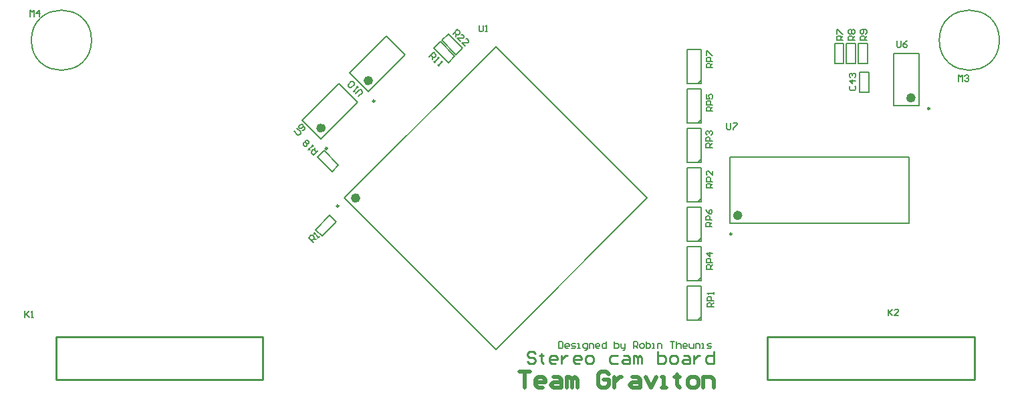
<source format=gto>
%FSLAX44Y44*%
%MOMM*%
G71*
G01*
G75*
G04 Layer_Color=65535*
%ADD10O,1.0000X0.3000*%
%ADD11O,0.3000X1.9000*%
%ADD12P,1.0776X4X180.0*%
%ADD13P,1.0776X4X90.0*%
G04:AMPARAMS|DCode=14|XSize=0.35mm|YSize=1.8mm|CornerRadius=0mm|HoleSize=0mm|Usage=FLASHONLY|Rotation=225.000|XOffset=0mm|YOffset=0mm|HoleType=Round|Shape=Round|*
%AMOVALD14*
21,1,1.4500,0.3500,0.0000,0.0000,315.0*
1,1,0.3500,-0.5127,0.5127*
1,1,0.3500,0.5127,-0.5127*
%
%ADD14OVALD14*%

G04:AMPARAMS|DCode=15|XSize=0.3mm|YSize=1.8mm|CornerRadius=0mm|HoleSize=0mm|Usage=FLASHONLY|Rotation=45.000|XOffset=0mm|YOffset=0mm|HoleType=Round|Shape=Round|*
%AMOVALD15*
21,1,1.5000,0.3000,0.0000,0.0000,135.0*
1,1,0.3000,0.5303,-0.5303*
1,1,0.3000,-0.5303,0.5303*
%
%ADD15OVALD15*%

G04:AMPARAMS|DCode=16|XSize=0.3mm|YSize=1.8mm|CornerRadius=0mm|HoleSize=0mm|Usage=FLASHONLY|Rotation=135.000|XOffset=0mm|YOffset=0mm|HoleType=Round|Shape=Round|*
%AMOVALD16*
21,1,1.5000,0.3000,0.0000,0.0000,225.0*
1,1,0.3000,0.5303,0.5303*
1,1,0.3000,-0.5303,-0.5303*
%
%ADD16OVALD16*%

%ADD17R,0.7620X0.7620*%
%ADD18O,1.7000X0.3500*%
%ADD19C,0.2000*%
%ADD20C,0.3000*%
%ADD21R,2.0555X2.7112*%
%ADD22R,2.1110X2.7620*%
%ADD23R,2.4665X2.5737*%
%ADD24R,2.1650X2.4540*%
%ADD25C,1.7780*%
%ADD26R,1.7780X1.7780*%
%ADD27C,6.3500*%
%ADD28C,1.5240*%
%ADD29R,1.5240X1.5240*%
%ADD30R,1.7780X1.7780*%
%ADD31C,0.5000*%
%ADD32C,0.6600*%
%ADD33C,1.0160*%
%ADD34C,2.0320*%
G04:AMPARAMS|DCode=35|XSize=2.54mm|YSize=2.54mm|CornerRadius=0mm|HoleSize=0mm|Usage=FLASHONLY|Rotation=0.000|XOffset=0mm|YOffset=0mm|HoleType=Round|Shape=Relief|Width=0.254mm|Gap=0.254mm|Entries=4|*
%AMTHD35*
7,0,0,2.5400,2.0320,0.2540,45*
%
%ADD35THD35*%
%ADD36C,4.1160*%
%ADD37C,1.3160*%
G04:AMPARAMS|DCode=38|XSize=1.824mm|YSize=1.824mm|CornerRadius=0mm|HoleSize=0mm|Usage=FLASHONLY|Rotation=0.000|XOffset=0mm|YOffset=0mm|HoleType=Round|Shape=Relief|Width=0.254mm|Gap=0.254mm|Entries=4|*
%AMTHD38*
7,0,0,1.8240,1.3160,0.2540,45*
%
%ADD38THD38*%
G04:AMPARAMS|DCode=39|XSize=1.854mm|YSize=1.854mm|CornerRadius=0mm|HoleSize=0mm|Usage=FLASHONLY|Rotation=0.000|XOffset=0mm|YOffset=0mm|HoleType=Round|Shape=Relief|Width=0.254mm|Gap=0.254mm|Entries=4|*
%AMTHD39*
7,0,0,1.8540,1.3460,0.2540,45*
%
%ADD39THD39*%
%ADD40C,1.3460*%
%ADD41R,1.3000X1.5000*%
%ADD42R,0.7620X0.7620*%
%ADD43R,1.0160X1.2700*%
%ADD44R,1.6000X1.6000*%
%ADD45O,0.3000X0.8000*%
%ADD46O,0.8000X0.3000*%
%ADD47R,1.2700X1.0160*%
G04:AMPARAMS|DCode=48|XSize=1.016mm|YSize=1.27mm|CornerRadius=0mm|HoleSize=0mm|Usage=FLASHONLY|Rotation=45.000|XOffset=0mm|YOffset=0mm|HoleType=Round|Shape=Rectangle|*
%AMROTATEDRECTD48*
4,1,4,0.0898,-0.8082,-0.8082,0.0898,-0.0898,0.8082,0.8082,-0.0898,0.0898,-0.8082,0.0*
%
%ADD48ROTATEDRECTD48*%

G04:AMPARAMS|DCode=49|XSize=1.016mm|YSize=1.27mm|CornerRadius=0mm|HoleSize=0mm|Usage=FLASHONLY|Rotation=135.000|XOffset=0mm|YOffset=0mm|HoleType=Round|Shape=Rectangle|*
%AMROTATEDRECTD49*
4,1,4,0.8082,0.0898,-0.0898,-0.8082,-0.8082,-0.0898,0.0898,0.8082,0.8082,0.0898,0.0*
%
%ADD49ROTATEDRECTD49*%

%ADD50R,1.6500X2.3000*%
G04:AMPARAMS|DCode=51|XSize=1.3mm|YSize=2mm|CornerRadius=0mm|HoleSize=0mm|Usage=FLASHONLY|Rotation=315.000|XOffset=0mm|YOffset=0mm|HoleType=Round|Shape=Round|*
%AMOVALD51*
21,1,0.7000,1.3000,0.0000,0.0000,45.0*
1,1,1.3000,-0.2475,-0.2475*
1,1,1.3000,0.2475,0.2475*
%
%ADD51OVALD51*%

G04:AMPARAMS|DCode=52|XSize=1.3mm|YSize=2mm|CornerRadius=0mm|HoleSize=0mm|Usage=FLASHONLY|Rotation=315.000|XOffset=0mm|YOffset=0mm|HoleType=Round|Shape=Rectangle|*
%AMROTATEDRECTD52*
4,1,4,-1.1667,-0.2475,0.2475,1.1667,1.1667,0.2475,-0.2475,-1.1667,-1.1667,-0.2475,0.0*
%
%ADD52ROTATEDRECTD52*%

%ADD53R,1.5000X1.3000*%
G04:AMPARAMS|DCode=54|XSize=0.7mm|YSize=2.1mm|CornerRadius=0mm|HoleSize=0mm|Usage=FLASHONLY|Rotation=135.000|XOffset=0mm|YOffset=0mm|HoleType=Round|Shape=Round|*
%AMOVALD54*
21,1,1.4000,0.7000,0.0000,0.0000,225.0*
1,1,0.7000,0.4950,0.4950*
1,1,0.7000,-0.4950,-0.4950*
%
%ADD54OVALD54*%

%ADD55C,0.4000*%
%ADD56C,2.0000*%
%ADD57C,0.2500*%
%ADD58C,0.6000*%
%ADD59C,0.1270*%
%ADD60C,0.2540*%
%ADD61C,0.1500*%
%ADD62C,0.5000*%
D19*
X896500Y218000D02*
X1123500D01*
X896500Y302000D02*
X1123500D01*
X896500Y218000D02*
Y302000D01*
X1123500Y218000D02*
Y302000D01*
X378686Y324645D02*
X425355Y371314D01*
X354645Y348686D02*
X401314Y395355D01*
X354645Y348686D02*
X378686Y324645D01*
X401314Y395355D02*
X425355Y371314D01*
X600000Y58374D02*
X791626Y250000D01*
X408374D02*
X600000Y441626D01*
X791626Y250000D01*
X408374D02*
X600000Y58374D01*
X438686Y384645D02*
X485355Y431314D01*
X414645Y408686D02*
X461314Y455355D01*
X414645Y408686D02*
X438686Y384645D01*
X461314Y455355D02*
X485355Y431314D01*
X1136000Y367000D02*
Y433000D01*
X1104000D02*
X1104000Y367000D01*
X1136000D01*
X1104000Y433000D02*
X1136000D01*
D57*
X899250Y204500D02*
G03*
X899250Y204500I-1250J0D01*
G01*
X386654Y312977D02*
G03*
X386654Y312977I-1250J0D01*
G01*
X401139Y240100D02*
G03*
X401139Y240100I-1250J0D01*
G01*
X446654Y372977D02*
G03*
X446654Y372977I-1250J0D01*
G01*
X1149750Y363500D02*
G03*
X1149750Y363500I-1250J0D01*
G01*
D58*
X909500Y228000D02*
G03*
X909500Y228000I-3000J0D01*
G01*
X381686Y338787D02*
G03*
X381686Y338787I-3000J0D01*
G01*
X425516Y250000D02*
G03*
X425516Y250000I-3000J0D01*
G01*
X441686Y398787D02*
G03*
X441686Y398787I-3000J0D01*
G01*
X1129000Y377000D02*
G03*
X1129000Y377000I-3000J0D01*
G01*
D59*
X88100Y450000D02*
G03*
X88100Y450000I-38100J0D01*
G01*
X1238100D02*
G03*
X1238100Y450000I-38100J0D01*
G01*
X856778Y345386D02*
X857540D01*
X859952D01*
X855762Y345386D02*
X857794Y345386D01*
X855762Y345386D02*
X855952Y345386D01*
X859952Y349386D01*
Y345386D02*
Y349386D01*
Y388688D01*
X842176D02*
X859952D01*
Y345386D02*
Y349386D01*
X842262Y345386D02*
X859952D01*
X842178Y345470D02*
X842262Y345386D01*
X842178Y345470D02*
Y388688D01*
X856778Y295386D02*
X857540D01*
X859952D01*
X855762Y295386D02*
X857794Y295386D01*
X855762Y295386D02*
X855952Y295386D01*
X859952Y299386D01*
Y295386D02*
Y299386D01*
Y338688D01*
X842176D02*
X859952D01*
Y295386D02*
Y299386D01*
X842262Y295386D02*
X859952D01*
X842178Y295470D02*
X842262Y295386D01*
X842178Y295470D02*
Y338688D01*
X374397Y301878D02*
X392537Y283738D01*
X382659Y310140D02*
X400799Y292000D01*
X374397Y301878D02*
X382659Y310140D01*
X392537Y283738D02*
X400799Y292000D01*
X371738Y210000D02*
X389878Y228140D01*
X380000Y201738D02*
X398140Y219878D01*
X389878Y228140D02*
X398140Y219878D01*
X371738Y210000D02*
X380000Y201738D01*
X531860Y449878D02*
X550000Y431738D01*
X540122Y458140D02*
X558262Y440000D01*
X531860Y449878D02*
X540122Y458140D01*
X550000Y431738D02*
X558262Y440000D01*
X521860Y439878D02*
X540000Y421738D01*
X530122Y448140D02*
X548262Y430000D01*
X521860Y439878D02*
X530122Y448140D01*
X540000Y421738D02*
X548262Y430000D01*
X856778Y395386D02*
X857540D01*
X859952D01*
X855762Y395386D02*
X857794Y395386D01*
X855762Y395386D02*
X855952Y395386D01*
X859952Y399386D01*
Y395386D02*
Y399386D01*
Y438688D01*
X842176D02*
X859952D01*
Y395386D02*
Y399386D01*
X842262Y395386D02*
X859952D01*
X842178Y395470D02*
X842262Y395386D01*
X842178Y395470D02*
Y438688D01*
X856778Y245386D02*
X857540D01*
X859952D01*
X855762Y245386D02*
X857794Y245386D01*
X855762Y245386D02*
X855952Y245386D01*
X859952Y249386D01*
Y245386D02*
Y249386D01*
Y288688D01*
X842176D02*
X859952D01*
Y245386D02*
Y249386D01*
X842262Y245386D02*
X859952D01*
X842178Y245470D02*
X842262Y245386D01*
X842178Y245470D02*
Y288688D01*
X856778Y195386D02*
X857540D01*
X859952D01*
X855762Y195386D02*
X857794Y195386D01*
X855762Y195386D02*
X855952Y195386D01*
X859952Y199386D01*
Y195386D02*
Y199386D01*
Y238688D01*
X842176D02*
X859952D01*
Y195386D02*
Y199386D01*
X842262Y195386D02*
X859952D01*
X842178Y195470D02*
X842262Y195386D01*
X842178Y195470D02*
Y238688D01*
X856778Y145386D02*
X857540D01*
X859952D01*
X855762Y145386D02*
X857794Y145386D01*
X855762Y145386D02*
X855952Y145386D01*
X859952Y149386D01*
Y145386D02*
Y149386D01*
Y188688D01*
X842176D02*
X859952D01*
Y145386D02*
Y149386D01*
X842262Y145386D02*
X859952D01*
X842178Y145470D02*
X842262Y145386D01*
X842178Y145470D02*
Y188688D01*
X856778Y95386D02*
X857540D01*
X859952D01*
X855762Y95386D02*
X857794Y95386D01*
X855762Y95386D02*
X855952Y95386D01*
X859952Y99386D01*
Y95386D02*
Y99386D01*
Y138688D01*
X842176D02*
X859952D01*
Y95386D02*
Y99386D01*
X842262Y95386D02*
X859952D01*
X842178Y95470D02*
X842262Y95386D01*
X842178Y95470D02*
Y138688D01*
X1029285Y420141D02*
X1040969D01*
X1029285Y445795D02*
X1040969D01*
Y420141D02*
Y445795D01*
X1029285Y420141D02*
Y445795D01*
X1044285Y420141D02*
X1055969D01*
X1044285Y445795D02*
X1055969D01*
Y420141D02*
Y445795D01*
X1044285Y420141D02*
Y445795D01*
X1059285Y420141D02*
X1070969D01*
X1059285Y445795D02*
X1070969D01*
Y420141D02*
Y445795D01*
X1059285Y420141D02*
Y445795D01*
X1061158Y384158D02*
X1072842D01*
X1061158Y409812D02*
X1072842D01*
Y384158D02*
Y409812D01*
X1061158Y384158D02*
Y409812D01*
D60*
X1206400Y19600D02*
Y74600D01*
X944400D02*
X1206400D01*
X944400Y19600D02*
Y74600D01*
Y19600D02*
X1206400D01*
X305000Y19600D02*
Y74600D01*
X43000D02*
X305000D01*
X43000Y19600D02*
Y74600D01*
Y19600D02*
X305000D01*
X650157Y52696D02*
X647617Y55235D01*
X642539D01*
X640000Y52696D01*
Y50157D01*
X642539Y47618D01*
X647617D01*
X650157Y45078D01*
Y42539D01*
X647617Y40000D01*
X642539D01*
X640000Y42539D01*
X657774Y52696D02*
Y50157D01*
X655235D01*
X660313D01*
X657774D01*
Y42539D01*
X660313Y40000D01*
X675548D02*
X670470D01*
X667931Y42539D01*
Y47618D01*
X670470Y50157D01*
X675548D01*
X678088Y47618D01*
Y45078D01*
X667931D01*
X683166Y50157D02*
Y40000D01*
Y45078D01*
X685705Y47618D01*
X688244Y50157D01*
X690784D01*
X706019Y40000D02*
X700940D01*
X698401Y42539D01*
Y47618D01*
X700940Y50157D01*
X706019D01*
X708558Y47618D01*
Y45078D01*
X698401D01*
X716175Y40000D02*
X721254D01*
X723793Y42539D01*
Y47618D01*
X721254Y50157D01*
X716175D01*
X713636Y47618D01*
Y42539D01*
X716175Y40000D01*
X754263Y50157D02*
X746646D01*
X744106Y47618D01*
Y42539D01*
X746646Y40000D01*
X754263D01*
X761881Y50157D02*
X766959D01*
X769498Y47618D01*
Y40000D01*
X761881D01*
X759341Y42539D01*
X761881Y45078D01*
X769498D01*
X774576Y40000D02*
Y50157D01*
X777116D01*
X779655Y47618D01*
Y40000D01*
Y47618D01*
X782194Y50157D01*
X784733Y47618D01*
Y40000D01*
X805047Y55235D02*
Y40000D01*
X812664D01*
X815203Y42539D01*
Y45078D01*
Y47618D01*
X812664Y50157D01*
X805047D01*
X822821Y40000D02*
X827899D01*
X830438Y42539D01*
Y47618D01*
X827899Y50157D01*
X822821D01*
X820282Y47618D01*
Y42539D01*
X822821Y40000D01*
X838056Y50157D02*
X843134D01*
X845674Y47618D01*
Y40000D01*
X838056D01*
X835517Y42539D01*
X838056Y45078D01*
X845674D01*
X850752Y50157D02*
Y40000D01*
Y45078D01*
X853291Y47618D01*
X855830Y50157D01*
X858369D01*
X876144Y55235D02*
Y40000D01*
X868526D01*
X865987Y42539D01*
Y47618D01*
X868526Y50157D01*
X876144D01*
D61*
X875000Y415000D02*
X867003D01*
Y418999D01*
X868335Y420332D01*
X871001D01*
X872334Y418999D01*
Y415000D01*
Y417666D02*
X875000Y420332D01*
Y422997D02*
X867003D01*
Y426996D01*
X868335Y428329D01*
X871001D01*
X872334Y426996D01*
Y422997D01*
X867003Y430995D02*
Y436326D01*
X868335D01*
X873667Y430995D01*
X875000D01*
X874281Y214000D02*
X866284D01*
Y217999D01*
X867617Y219332D01*
X870283D01*
X871616Y217999D01*
Y214000D01*
Y216666D02*
X874281Y219332D01*
Y221997D02*
X866284D01*
Y225996D01*
X867617Y227329D01*
X870283D01*
X871616Y225996D01*
Y221997D01*
X866284Y235326D02*
X867617Y232661D01*
X870283Y229995D01*
X872949D01*
X874281Y231328D01*
Y233994D01*
X872949Y235326D01*
X871616D01*
X870283Y233994D01*
Y229995D01*
X875000Y360000D02*
X867003D01*
Y363999D01*
X868335Y365332D01*
X871001D01*
X872334Y363999D01*
Y360000D01*
Y362666D02*
X875000Y365332D01*
Y367997D02*
X867003D01*
Y371996D01*
X868335Y373329D01*
X871001D01*
X872334Y371996D01*
Y367997D01*
X867003Y381326D02*
Y375995D01*
X871001D01*
X869668Y378661D01*
Y379994D01*
X871001Y381326D01*
X873667D01*
X875000Y379994D01*
Y377328D01*
X873667Y375995D01*
X875000Y160000D02*
X867003D01*
Y163999D01*
X868335Y165332D01*
X871001D01*
X872334Y163999D01*
Y160000D01*
Y162666D02*
X875000Y165332D01*
Y167997D02*
X867003D01*
Y171996D01*
X868335Y173329D01*
X871001D01*
X872334Y171996D01*
Y167997D01*
X875000Y179994D02*
X867003D01*
X871001Y175995D01*
Y181327D01*
X874406Y314000D02*
X866408D01*
Y317999D01*
X867741Y319332D01*
X870407D01*
X871740Y317999D01*
Y314000D01*
Y316666D02*
X874406Y319332D01*
Y321997D02*
X866408D01*
Y325996D01*
X867741Y327329D01*
X870407D01*
X871740Y325996D01*
Y321997D01*
X867741Y329995D02*
X866408Y331328D01*
Y333994D01*
X867741Y335326D01*
X869074D01*
X870407Y333994D01*
Y332661D01*
Y333994D01*
X871740Y335326D01*
X873073D01*
X874406Y333994D01*
Y331328D01*
X873073Y329995D01*
X875000Y263000D02*
X867003D01*
Y266999D01*
X868335Y268332D01*
X871001D01*
X872334Y266999D01*
Y263000D01*
Y265666D02*
X875000Y268332D01*
Y270997D02*
X867003D01*
Y274996D01*
X868335Y276329D01*
X871001D01*
X872334Y274996D01*
Y270997D01*
X875000Y284326D02*
Y278995D01*
X869668Y284326D01*
X868335D01*
X867003Y282994D01*
Y280328D01*
X868335Y278995D01*
X876000Y112000D02*
X868003D01*
Y115999D01*
X869335Y117332D01*
X872001D01*
X873334Y115999D01*
Y112000D01*
Y114666D02*
X876000Y117332D01*
Y119997D02*
X868003D01*
Y123996D01*
X869335Y125329D01*
X872001D01*
X873334Y123996D01*
Y119997D01*
X876000Y127995D02*
Y130661D01*
Y129328D01*
X868003D01*
X869335Y127995D01*
X375000Y310000D02*
X369345Y304345D01*
X366517Y307173D01*
Y309058D01*
X368402Y310942D01*
X370288Y310942D01*
X373115Y308115D01*
X371230Y310000D02*
Y313770D01*
X369345Y315655D02*
X367460Y317540D01*
X368402Y316597D01*
X362747Y310942D01*
X364632Y310942D01*
X359920Y315655D02*
X358035Y315655D01*
X356150Y317540D01*
Y319425D01*
X357092Y320368D01*
X358977D01*
Y322253D01*
X359920Y323195D01*
X361805Y323195D01*
X363690Y321310D01*
Y319425D01*
X362747Y318482D01*
X360862D01*
Y316597D01*
X359920Y315655D01*
X360862Y318482D02*
X358977Y320368D01*
X892556Y345055D02*
Y338391D01*
X893889Y337058D01*
X896555D01*
X897888Y338391D01*
Y345055D01*
X900553D02*
X905885D01*
Y343722D01*
X900553Y338391D01*
Y337058D01*
X1108000Y448997D02*
Y442333D01*
X1109333Y441000D01*
X1111999D01*
X1113332Y442333D01*
Y448997D01*
X1121329D02*
X1118663Y447664D01*
X1115997Y444999D01*
Y442333D01*
X1117330Y441000D01*
X1119996D01*
X1121329Y442333D01*
Y443666D01*
X1119996Y444999D01*
X1115997D01*
X516000Y429000D02*
X521655Y434655D01*
X524483Y431828D01*
Y429943D01*
X522598Y428058D01*
X520713Y428058D01*
X517885Y430885D01*
X519770Y429000D02*
Y425230D01*
X521655Y423345D02*
X523540Y421460D01*
X522598Y422402D01*
X528253Y428058D01*
X526368Y428058D01*
Y418632D02*
X528253Y416747D01*
X527310Y417690D01*
X532965Y423345D01*
X531080Y423345D01*
X1070000Y450000D02*
X1062003D01*
Y453999D01*
X1063335Y455332D01*
X1066001D01*
X1067334Y453999D01*
Y450000D01*
Y452666D02*
X1070000Y455332D01*
X1068667Y457997D02*
X1070000Y459330D01*
Y461996D01*
X1068667Y463329D01*
X1063335D01*
X1062003Y461996D01*
Y459330D01*
X1063335Y457997D01*
X1064668D01*
X1066001Y459330D01*
Y463329D01*
X1055000Y450000D02*
X1047003D01*
Y453999D01*
X1048335Y455332D01*
X1051001D01*
X1052334Y453999D01*
Y450000D01*
Y452666D02*
X1055000Y455332D01*
X1048335Y457997D02*
X1047003Y459330D01*
Y461996D01*
X1048335Y463329D01*
X1049668D01*
X1051001Y461996D01*
X1052334Y463329D01*
X1053667D01*
X1055000Y461996D01*
Y459330D01*
X1053667Y457997D01*
X1052334D01*
X1051001Y459330D01*
X1049668Y457997D01*
X1048335D01*
X1051001Y459330D02*
Y461996D01*
X1040000Y450000D02*
X1032003D01*
Y453999D01*
X1033335Y455332D01*
X1036001D01*
X1037334Y453999D01*
Y450000D01*
Y452666D02*
X1040000Y455332D01*
X1032003Y457997D02*
Y463329D01*
X1033335D01*
X1038667Y457997D01*
X1040000D01*
X1049362Y392082D02*
X1048029Y390749D01*
Y388083D01*
X1049362Y386750D01*
X1054694D01*
X1056027Y388083D01*
Y390749D01*
X1054694Y392082D01*
X1056027Y398746D02*
X1048029D01*
X1052028Y394747D01*
Y400079D01*
X1049362Y402745D02*
X1048029Y404078D01*
Y406744D01*
X1049362Y408077D01*
X1050695D01*
X1052028Y406744D01*
Y405411D01*
Y406744D01*
X1053361Y408077D01*
X1054694D01*
X1056027Y406744D01*
Y404078D01*
X1054694Y402745D01*
X3810Y106803D02*
Y98806D01*
Y101472D01*
X9142Y106803D01*
X5143Y102805D01*
X9142Y98806D01*
X11807D02*
X14473D01*
X13140D01*
Y106803D01*
X11807Y105471D01*
X1097000Y109249D02*
Y101251D01*
Y103917D01*
X1102332Y109249D01*
X1098333Y105250D01*
X1102332Y101251D01*
X1110329D02*
X1104997D01*
X1110329Y106583D01*
Y107916D01*
X1108996Y109249D01*
X1106330D01*
X1104997Y107916D01*
X369000Y194000D02*
X363345Y199655D01*
X366172Y202483D01*
X368058D01*
X369943Y200597D01*
X369943Y198713D01*
X367115Y195885D01*
X369000Y197770D02*
X372770D01*
X374655Y199655D02*
X376540Y201540D01*
X375597Y200597D01*
X369943Y206253D01*
X369943Y204368D01*
X579000Y468997D02*
Y462333D01*
X580333Y461000D01*
X582999D01*
X584332Y462333D01*
Y468997D01*
X586997Y461000D02*
X589663D01*
X588330D01*
Y468997D01*
X586997Y467664D01*
X1186000Y398000D02*
Y405997D01*
X1188666Y403332D01*
X1191332Y405997D01*
Y398000D01*
X1193997Y404664D02*
X1195330Y405997D01*
X1197996D01*
X1199329Y404664D01*
Y403332D01*
X1197996Y401999D01*
X1196663D01*
X1197996D01*
X1199329Y400666D01*
Y399333D01*
X1197996Y398000D01*
X1195330D01*
X1193997Y399333D01*
X10000Y480000D02*
Y487997D01*
X12666Y485332D01*
X15332Y487997D01*
Y480000D01*
X21996D02*
Y487997D01*
X17997Y483999D01*
X23329D01*
X344345Y334655D02*
X349058Y329943D01*
X350942D01*
X352827Y331828D01*
X352827Y333713D01*
X348115Y338425D01*
X354712Y335598D02*
X356598D01*
X358483Y337483D01*
X358483Y339368D01*
X354712Y343138D01*
X352827D01*
X350942Y341253D01*
X350942Y339368D01*
X351885Y338425D01*
X353770Y338425D01*
X356598Y341253D01*
X426345Y378605D02*
X431058Y383317D01*
Y385202D01*
X429173Y387087D01*
X427287Y387087D01*
X422575Y382375D01*
X426345Y389915D02*
X424460Y391800D01*
X425402Y390857D01*
X419747Y385202D01*
X421632Y385202D01*
X416920Y389915D02*
X415035Y389915D01*
X413150Y391800D01*
Y393685D01*
X416920Y397455D01*
X418805Y397455D01*
X420690Y395570D01*
Y393685D01*
X416920Y389915D01*
X546000Y458000D02*
X551655Y463655D01*
X554483Y460827D01*
Y458942D01*
X552598Y457057D01*
X550713Y457057D01*
X547885Y459885D01*
X549770Y458000D02*
Y454230D01*
X555425Y448575D02*
X551655Y452345D01*
X559195D01*
X560138Y453288D01*
Y455173D01*
X558253Y457057D01*
X556368Y457057D01*
X561080Y442920D02*
X557310Y446690D01*
X564850D01*
X565793Y447632D01*
Y449517D01*
X563908Y451403D01*
X562023Y451403D01*
X680000Y67997D02*
Y60000D01*
X683999D01*
X685332Y61333D01*
Y66665D01*
X683999Y67997D01*
X680000D01*
X691996Y60000D02*
X689330D01*
X687997Y61333D01*
Y63999D01*
X689330Y65332D01*
X691996D01*
X693329Y63999D01*
Y62666D01*
X687997D01*
X695995Y60000D02*
X699994D01*
X701327Y61333D01*
X699994Y62666D01*
X697328D01*
X695995Y63999D01*
X697328Y65332D01*
X701327D01*
X703992Y60000D02*
X706658D01*
X705325D01*
Y65332D01*
X703992D01*
X713323Y57334D02*
X714656D01*
X715988Y58667D01*
Y65332D01*
X711990D01*
X710657Y63999D01*
Y61333D01*
X711990Y60000D01*
X715988D01*
X718654D02*
Y65332D01*
X722653D01*
X723986Y63999D01*
Y60000D01*
X730650D02*
X727984D01*
X726652Y61333D01*
Y63999D01*
X727984Y65332D01*
X730650D01*
X731983Y63999D01*
Y62666D01*
X726652D01*
X739981Y67997D02*
Y60000D01*
X735982D01*
X734649Y61333D01*
Y63999D01*
X735982Y65332D01*
X739981D01*
X750644Y67997D02*
Y60000D01*
X754643D01*
X755975Y61333D01*
Y62666D01*
Y63999D01*
X754643Y65332D01*
X750644D01*
X758641D02*
Y61333D01*
X759974Y60000D01*
X763973D01*
Y58667D01*
X762640Y57334D01*
X761307D01*
X763973Y60000D02*
Y65332D01*
X774636Y60000D02*
Y67997D01*
X778635D01*
X779968Y66665D01*
Y63999D01*
X778635Y62666D01*
X774636D01*
X777302D02*
X779968Y60000D01*
X783967D02*
X786632D01*
X787965Y61333D01*
Y63999D01*
X786632Y65332D01*
X783967D01*
X782634Y63999D01*
Y61333D01*
X783967Y60000D01*
X790631Y67997D02*
Y60000D01*
X794630D01*
X795963Y61333D01*
Y62666D01*
Y63999D01*
X794630Y65332D01*
X790631D01*
X798628Y60000D02*
X801294D01*
X799961D01*
Y65332D01*
X798628D01*
X805293Y60000D02*
Y65332D01*
X809292D01*
X810624Y63999D01*
Y60000D01*
X821288Y67997D02*
X826619D01*
X823954D01*
Y60000D01*
X829285Y67997D02*
Y60000D01*
Y63999D01*
X830618Y65332D01*
X833284D01*
X834617Y63999D01*
Y60000D01*
X841281D02*
X838615D01*
X837283Y61333D01*
Y63999D01*
X838615Y65332D01*
X841281D01*
X842614Y63999D01*
Y62666D01*
X837283D01*
X845280Y65332D02*
Y61333D01*
X846613Y60000D01*
X850612D01*
Y65332D01*
X853277Y60000D02*
Y65332D01*
X857276D01*
X858609Y63999D01*
Y60000D01*
X861275D02*
X863941D01*
X862608D01*
Y65332D01*
X861275D01*
X867939Y60000D02*
X871938D01*
X873271Y61333D01*
X871938Y62666D01*
X869272D01*
X867939Y63999D01*
X869272Y65332D01*
X873271D01*
D62*
X630000Y29994D02*
X643329D01*
X636665D01*
Y10000D01*
X659990D02*
X653326D01*
X649994Y13332D01*
Y19997D01*
X653326Y23329D01*
X659990D01*
X663323Y19997D01*
Y16665D01*
X649994D01*
X673319Y23329D02*
X679984D01*
X683316Y19997D01*
Y10000D01*
X673319D01*
X669987Y13332D01*
X673319Y16665D01*
X683316D01*
X689981Y10000D02*
Y23329D01*
X693313D01*
X696645Y19997D01*
Y10000D01*
Y19997D01*
X699977Y23329D01*
X703310Y19997D01*
Y10000D01*
X743297Y26661D02*
X739965Y29994D01*
X733300D01*
X729968Y26661D01*
Y13332D01*
X733300Y10000D01*
X739965D01*
X743297Y13332D01*
Y19997D01*
X736632D01*
X749961Y23329D02*
Y10000D01*
Y16665D01*
X753294Y19997D01*
X756626Y23329D01*
X759958D01*
X773287D02*
X779952D01*
X783284Y19997D01*
Y10000D01*
X773287D01*
X769955Y13332D01*
X773287Y16665D01*
X783284D01*
X789949Y23329D02*
X796613Y10000D01*
X803278Y23329D01*
X809942Y10000D02*
X816607D01*
X813274D01*
Y23329D01*
X809942D01*
X829936Y26661D02*
Y23329D01*
X826603D01*
X833268D01*
X829936D01*
Y13332D01*
X833268Y10000D01*
X846597D02*
X853261D01*
X856594Y13332D01*
Y19997D01*
X853261Y23329D01*
X846597D01*
X843265Y19997D01*
Y13332D01*
X846597Y10000D01*
X863258D02*
Y23329D01*
X873255D01*
X876587Y19997D01*
Y10000D01*
M02*

</source>
